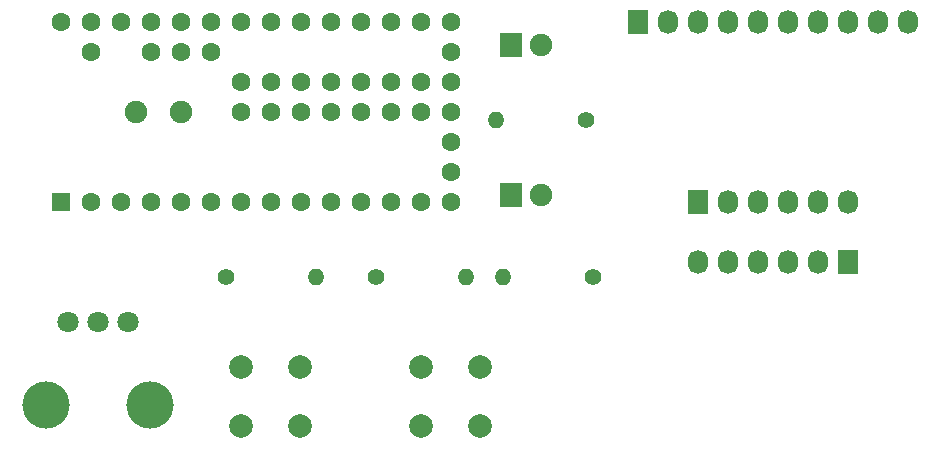
<source format=gbr>
G04 #@! TF.FileFunction,Soldermask,Top*
%FSLAX46Y46*%
G04 Gerber Fmt 4.6, Leading zero omitted, Abs format (unit mm)*
G04 Created by KiCad (PCBNEW 4.0.7) date 2018 April 09, Monday 11:43:40*
%MOMM*%
%LPD*%
G01*
G04 APERTURE LIST*
%ADD10C,0.100000*%
%ADD11R,1.727200X2.032000*%
%ADD12O,1.727200X2.032000*%
%ADD13R,1.900000X2.000000*%
%ADD14C,1.900000*%
%ADD15C,1.400000*%
%ADD16O,1.400000X1.400000*%
%ADD17C,1.800000*%
%ADD18C,4.000000*%
%ADD19C,2.000000*%
%ADD20C,1.600000*%
%ADD21R,1.600000X1.600000*%
G04 APERTURE END LIST*
D10*
D11*
X151765000Y-114300000D03*
D12*
X154305000Y-114300000D03*
X156845000Y-114300000D03*
X159385000Y-114300000D03*
X161925000Y-114300000D03*
X164465000Y-114300000D03*
D11*
X146685000Y-99060000D03*
D12*
X149225000Y-99060000D03*
X151765000Y-99060000D03*
X154305000Y-99060000D03*
X156845000Y-99060000D03*
X159385000Y-99060000D03*
X161925000Y-99060000D03*
X164465000Y-99060000D03*
X167005000Y-99060000D03*
X169545000Y-99060000D03*
D13*
X135890000Y-113665000D03*
D14*
X138430000Y-113665000D03*
D13*
X135890000Y-100965000D03*
D14*
X138430000Y-100965000D03*
D15*
X124460000Y-120650000D03*
D16*
X132080000Y-120650000D03*
D15*
X111760000Y-120650000D03*
D16*
X119380000Y-120650000D03*
D15*
X142875000Y-120650000D03*
D16*
X135255000Y-120650000D03*
D15*
X142240000Y-107315000D03*
D16*
X134620000Y-107315000D03*
D17*
X103425000Y-124460000D03*
X100925000Y-124460000D03*
X98425000Y-124460000D03*
D18*
X105325000Y-131460000D03*
X96525000Y-131460000D03*
D19*
X128270000Y-128270000D03*
X133270000Y-128270000D03*
X133270000Y-133270000D03*
X128270000Y-133270000D03*
X113030000Y-128270000D03*
X118030000Y-128270000D03*
X118030000Y-133270000D03*
X113030000Y-133270000D03*
D20*
X130810000Y-106680000D03*
X130810000Y-104140000D03*
X130810000Y-101600000D03*
X130810000Y-99060000D03*
X130810000Y-109220000D03*
X130810000Y-111760000D03*
X130810000Y-114300000D03*
X128270000Y-99060000D03*
X125730000Y-99060000D03*
X123190000Y-99060000D03*
X120650000Y-99060000D03*
X118110000Y-99060000D03*
X115570000Y-99060000D03*
X113030000Y-99060000D03*
X110490000Y-99060000D03*
X107950000Y-99060000D03*
X105410000Y-99060000D03*
X102870000Y-99060000D03*
X100330000Y-99060000D03*
X97790000Y-99060000D03*
X100330000Y-101600000D03*
X105410000Y-101600000D03*
X107950000Y-101600000D03*
X110490000Y-101600000D03*
X128270000Y-114300000D03*
X125730000Y-114300000D03*
X123190000Y-114300000D03*
X120650000Y-114300000D03*
X118110000Y-114300000D03*
X115570000Y-114300000D03*
X113030000Y-114300000D03*
X110490000Y-114300000D03*
X107950000Y-114300000D03*
X105410000Y-114300000D03*
X102870000Y-114300000D03*
X100330000Y-114300000D03*
D21*
X97790000Y-114300000D03*
D20*
X113030000Y-106680000D03*
X115570000Y-106680000D03*
X118110000Y-106680000D03*
X120650000Y-106680000D03*
X123190000Y-106680000D03*
X125730000Y-106680000D03*
X128270000Y-106680000D03*
X128270000Y-104140000D03*
X125730000Y-104140000D03*
X123190000Y-104140000D03*
X120650000Y-104140000D03*
X118110000Y-104140000D03*
X115570000Y-104140000D03*
X113030000Y-104140000D03*
D14*
X107950000Y-106680000D03*
X104140000Y-106680000D03*
D11*
X164465000Y-119380000D03*
D12*
X161925000Y-119380000D03*
X159385000Y-119380000D03*
X156845000Y-119380000D03*
X154305000Y-119380000D03*
X151765000Y-119380000D03*
M02*

</source>
